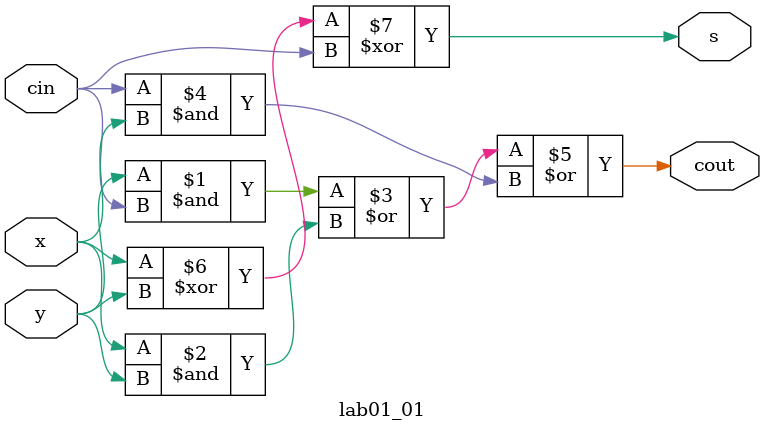
<source format=v>
`timescale 1ns / 1ps


module lab01_01(s, cout, x, y, cin);
    input x, y, cin;
    output s, cout;
    assign cout = (y & cin) | (x & y) | (cin & x);
    assign s = x ^ y ^ cin; 
endmodule

</source>
